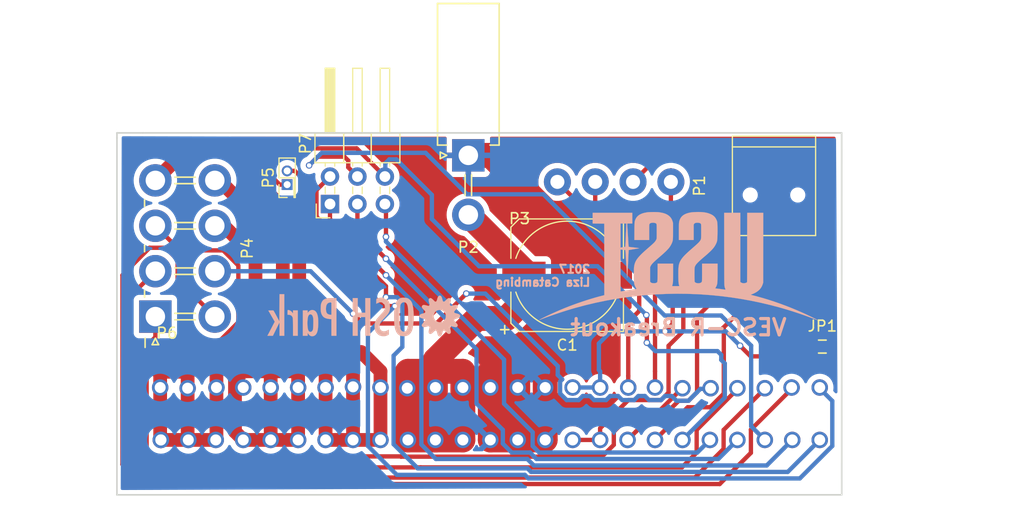
<source format=kicad_pcb>
(kicad_pcb (version 20221018) (generator pcbnew)
  (layers (0 "F.Cu" signal) (31 "B.Cu" signal) (34 "B.Paste" user) (35 "F.Paste" user) (36 "B.SilkS" user "B.Silkscreen") (37 "F.SilkS" user "F.Silkscreen") (38 "B.Mask" user) (39 "F.Mask" user) (44 "Edge.Cuts" user))
  (net 0 "")
  (net 1 "/Motor_Controller/VBAT")
  (net 2 "/Motor_Controller/PGND")
  (net 3 "Net-(JP1-Pad1)")
  (net 4 "/5v0")
  (net 5 "/Motor_Controller/USBDM")
  (net 6 "/Motor_Controller/USBDP")
  (net 7 "/GNDD")
  (net 8 "/Motor_Controller/CANH/TX")
  (net 9 "/Motor_Controller/CANL/RX")
  (net 10 "/Motor_Controller/H1")
  (net 11 "/Motor_Controller/H2")
  (net 12 "Net-(P4-Pad3)")
  (net 13 "/Motor_Controller/Y")
  (net 14 "/Motor_Controller/H3")
  (net 15 "Net-(P4-Pad6)")
  (net 16 "/Motor_Controller/W")
  (net 17 "/Motor_Controller/X")
  (net 18 "/Motor_Controller/GND_AUX")
  (net 19 "Net-(P5-Pad2)")
  (net 20 "Net-(P6-Pad20)")
  (net 21 "Net-(P6-Pad19)")
  (net 22 "Net-(P6-Pad18)")
  (net 23 "Net-(P6-Pad17)")
  (net 24 "Net-(P6-Pad16)")
  (footprint "USST-footprints:J_0603" (layer "F.Cu") (at 192.774 58.42)
    (fp_text reference "JP1" (at 0 -1.9) (layer "F.SilkS"))
    (fp_text value "Jumper_NO_Small")
    (pad "1" smd rect (at -0.75 0) (size 0.8 0.75) (layers "F.Cu" "F.Paste" "F.Mask") (net 3 "Net-(JP1-Pad1)"))
    (pad "1" smd trapezoid (at -0.508 -0.18796) (size 0.7 0.376) (rect_delta 0 0.3) (layers "F.Cu" "F.Paste" "F.Mask") (net 3 "Net-(JP1-Pad1)"))
    (pad "1" smd trapezoid (at -0.508 0.18796 180) (size 0.7 0.376) (rect_delta 0 0.3) (layers "F.Cu" "F.Paste" "F.Mask") (net 3 "Net-(JP1-Pad1)"))
    (pad "2" smd trapezoid (at 0.5588 0 180) (size 0.6 0.75) (rect_delta 0 0.55) (layers "F.Cu" "F.Paste" "F.Mask") (net 4 "/5v0"))
    (pad "2" smd trapezoid (at 0.5588 0) (size 0.6 0.75) (rect_delta 0 0.55) (layers "F.Cu" "F.Paste" "F.Mask") (net 4 "/5v0"))
    (pad "2" smd rect (at 0.75 0) (size 0.8 0.75) (layers "F.Cu" "F.Paste" "F.Mask") (net 4 "/5v0"))
  )
  (footprint "Connect:USB_Mini-B" (layer "F.Cu") (at 188.3 44.196 -90)
    (fp_text reference "P1" (at -0.65 6.9 270) (layer "F.SilkS"))
    (fp_text value "USB_OTG")
    (pad "" np_thru_hole circle (at 0.2 -2.2 270) (size 0.9 0.9) (drill 0.9) (layers "*.Cu" "*.Mask"))
    (pad "" np_thru_hole circle (at 0.2 2.2 270) (size 0.9 0.9) (drill 0.9) (layers "*.Cu" "*.Mask"))
    (pad "1" smd rect (at 2.8 -1.6 270) (size 2.3 0.5) (layers "F.Cu" "F.Paste" "F.Mask") (net 3 "Net-(JP1-Pad1)"))
    (pad "2" smd rect (at 2.8 -0.8 270) (size 2.3 0.5) (layers "F.Cu" "F.Paste" "F.Mask") (net 5 "/Motor_Controller/USBDM"))
    (pad "3" smd rect (at 2.8 0 270) (size 2.3 0.5) (layers "F.Cu" "F.Paste" "F.Mask") (net 6 "/Motor_Controller/USBDP"))
    (pad "4" smd rect (at 2.8 0.8 270) (size 2.3 0.5) (layers "F.Cu" "F.Paste" "F.Mask"))
    (pad "5" smd rect (at 2.8 1.6 270) (size 2.3 0.5) (layers "F.Cu" "F.Paste" "F.Mask") (net 7 "/GNDD"))
    (pad "6" smd rect (at -2.8 -4.45 270) (size 2.5 2) (layers "F.Cu" "F.Paste" "F.Mask") (net 7 "/GNDD"))
    (pad "6" smd rect (at -2.8 4.45 270) (size 2.5 2) (layers "F.Cu" "F.Paste" "F.Mask") (net 7 "/GNDD"))
    (pad "6" smd rect (at 2.7 -4.45 270) (size 2.5 2) (layers "F.Cu" "F.Paste" "F.Mask") (net 7 "/GNDD"))
    (pad "6" smd rect (at 2.7 4.45 270) (size 2.5 2) (layers "F.Cu" "F.Paste" "F.Mask") (net 7 "/GNDD"))
  )
  (footprint "Connectors_Molex:Molex_MiniFit-JR-5569-02A2_2x01x4.20mm_Angled" (layer "F.Cu") (at 160.02 40.728)
    (fp_text reference "P2" (at 0 8.5) (layer "F.SilkS"))
    (fp_text value "CONN_01X02")
    (pad "" smd circle (at -5.02 6.272) (size 0.1 0.1) (layers "F.Cu" "F.Paste" "F.Mask"))
    (pad "1" thru_hole rect (at 0 0) (size 3 3) (drill 1.8) (layers "*.Cu" "*.Mask") (net 2 "/Motor_Controller/PGND"))
    (pad "2" thru_hole circle (at 0 5.5) (size 3 3) (drill 1.8) (layers "*.Cu" "*.Mask") (net 1 "/Motor_Controller/VBAT"))
  )
  (footprint "USST-footprints:Molex_39502_1004R" (layer "F.Cu") (at 178.76 43.18 180)
    (fp_text reference "P3" (at 14 -3.4 180) (layer "F.SilkS"))
    (fp_text value "CONN_01X04")
    (pad "1" thru_hole circle (at 0 0 180) (size 2.5 2.5) (drill 1.3) (layers "*.Cu" "*.Mask") (net 4 "/5v0"))
    (pad "2" thru_hole circle (at 3.5 0 180) (size 2.5 2.5) (drill 1.3) (layers "*.Cu" "*.Mask") (net 7 "/GNDD"))
    (pad "3" thru_hole circle (at 7 0 180) (size 2.5 2.5) (drill 1.3) (layers "*.Cu" "*.Mask") (net 9 "/Motor_Controller/CANL/RX"))
    (pad "4" thru_hole circle (at 10.5 0 180) (size 2.5 2.5) (drill 1.3) (layers "*.Cu" "*.Mask") (net 8 "/Motor_Controller/CANH/TX"))
  )
  (footprint "USST-footprints:Molex_MiniFit-JR-5569-08A2_2x04x4.20mm_Angled_Overhang" (layer "F.Cu") (at 131.064 55.644 90)
    (fp_text reference "P4" (at 6.3 8.5 90) (layer "F.SilkS"))
    (fp_text value "EC90_Flat")
    (pad "1" thru_hole rect (at 0 0 90) (size 3 3) (drill 1.8) (layers "*.Cu" "*.Mask") (net 10 "/Motor_Controller/H1"))
    (pad "2" thru_hole circle (at 4.2 0 90) (size 3 3) (drill 1.8) (layers "*.Cu" "*.Mask") (net 11 "/Motor_Controller/H2"))
    (pad "3" thru_hole circle (at 8.4 0 90) (size 3 3) (drill 1.8) (layers "*.Cu" "*.Mask") (net 12 "Net-(P4-Pad3)"))
    (pad "4" thru_hole circle (at 12.6 0 90) (size 3 3) (drill 1.8) (layers "*.Cu" "*.Mask") (net 13 "/Motor_Controller/Y"))
    (pad "5" thru_hole circle (at 0 5.5 90) (size 3 3) (drill 1.8) (layers "*.Cu" "*.Mask") (net 14 "/Motor_Controller/H3"))
    (pad "6" thru_hole circle (at 4.2 5.5 90) (size 3 3) (drill 1.8) (layers "*.Cu" "*.Mask") (net 15 "Net-(P4-Pad6)"))
    (pad "7" thru_hole circle (at 8.4 5.5 90) (size 3 3) (drill 1.8) (layers "*.Cu" "*.Mask") (net 16 "/Motor_Controller/W"))
    (pad "8" thru_hole circle (at 12.6 5.5 90) (size 3 3) (drill 1.8) (layers "*.Cu" "*.Mask") (net 17 "/Motor_Controller/X"))
  )
  (footprint "Pin_Headers:Pin_Header_Straight_2x01_Pitch1.27mm" (layer "F.Cu") (at 143.256 43.434 90)
    (fp_text reference "P5" (at 0.635 -1.755 90) (layer "F.SilkS"))
    (fp_text value "CONN_01X02")
    (pad "1" thru_hole rect (at 0 0 90) (size 1 1) (drill 0.65) (layers "*.Cu" "*.Mask") (net 18 "/Motor_Controller/GND_AUX"))
    (pad "2" thru_hole oval (at 1.27 0 90) (size 1 1) (drill 0.65) (layers "*.Cu" "*.Mask") (net 19 "Net-(P5-Pad2)"))
  )
  (footprint "Pin_Headers:Pin_Header_Angled_2x03_Pitch2.54mm" (layer "F.Cu") (at 147.22 45.23 90)
    (fp_text reference "P7" (at 5.585 -2.27 90) (layer "F.SilkS"))
    (fp_text value "CONN_01X06")
    (pad "1" thru_hole rect (at 0 0 90) (size 1.7 1.7) (drill 1) (layers "*.Cu" "*.Mask") (net 23 "Net-(P6-Pad17)"))
    (pad "2" thru_hole oval (at 2.54 0 90) (size 1.7 1.7) (drill 1) (layers "*.Cu" "*.Mask") (net 24 "Net-(P6-Pad16)"))
    (pad "3" thru_hole oval (at 0 2.54 90) (size 1.7 1.7) (drill 1) (layers "*.Cu" "*.Mask") (net 21 "Net-(P6-Pad19)"))
    (pad "4" thru_hole oval (at 2.54 2.54 90) (size 1.7 1.7) (drill 1) (layers "*.Cu" "*.Mask") (net 22 "Net-(P6-Pad18)"))
    (pad "5" thru_hole oval (at 0 5.08 90) (size 1.7 1.7) (drill 1) (layers "*.Cu" "*.Mask") (net 20 "Net-(P6-Pad20)"))
    (pad "6" thru_hole oval (at 2.54 5.08 90) (size 1.7 1.7) (drill 1) (layers "*.Cu" "*.Mask") (net 18 "/Motor_Controller/GND_AUX"))
  )
  (footprint "Capacitors_SMD:CP_Elec_10x10" (layer "F.Cu") (at 169.164 51.816)
    (fp_text reference "C1" (at 0 6.4643) (layer "F.SilkS"))
    (fp_text value "CP")
    (fp_text user "+" (at -5.7785 4.9657) (layer "F.SilkS"))
    (pad "1" smd rect (at -4 0 180) (size 4 2.5) (layers "F.Cu" "F.Paste" "F.Mask") (net 1 "/Motor_Controller/VBAT"))
    (pad "2" smd rect (at 4 0 180) (size 4 2.5) (layers "F.Cu" "F.Paste" "F.Mask") (net 2 "/Motor_Controller/PGND"))
  )
  (footprint "USST-footprints:TE2007088-1_Backplane2" (layer "F.Cu") (at 167.132 74.676)
    (fp_text reference "P6" (at -35 -17.5) (layer "F.SilkS"))
    (fp_text value "AMP17614426-2_EDGE")
    (pad "1" thru_hole circle (at -35.6235 -12.47) (size 1.524 1.524) (drill 1.02) (layers "*.Cu" "*.Mask") (net 16 "/Motor_Controller/W"))
    (pad "1" thru_hole circle (at -33.0835 -12.4065) (size 1.524 1.524) (drill 1.02) (layers "*.Cu" "*.Mask") (net 16 "/Motor_Controller/W"))
    (pad "1" thru_hole circle (at -30.4165 -12.47) (size 1.524 1.524) (drill 1.02) (layers "*.Cu" "*.Mask") (net 16 "/Motor_Controller/W"))
    (pad "2" thru_hole circle (at -27.94 -12.47) (size 1.524 1.524) (drill 1.02) (layers "*.Cu" "*.Mask") (net 17 "/Motor_Controller/X"))
    (pad "2" thru_hole circle (at -25.4 -12.47) (size 1.524 1.524) (drill 1.02) (layers "*.Cu" "*.Mask") (net 17 "/Motor_Controller/X"))
    (pad "2" thru_hole circle (at -22.86 -12.47) (size 1.524 1.524) (drill 1.02) (layers "*.Cu" "*.Mask") (net 17 "/Motor_Controller/X"))
    (pad "3" thru_hole circle (at -20.32 -12.47) (size 1.524 1.524) (drill 1.02) (layers "*.Cu" "*.Mask") (net 13 "/Motor_Controller/Y"))
    (pad "3" thru_hole circle (at -17.78 -12.5335) (size 1.524 1.524) (drill 1.02) (layers "*.Cu" "*.Mask") (net 13 "/Motor_Controller/Y"))
    (pad "3" thru_hole circle (at -15.24 -12.47) (size 1.524 1.524) (drill 1.02) (layers "*.Cu" "*.Mask") (net 13 "/Motor_Controller/Y"))
    (pad "4" thru_hole circle (at -12.7635 -12.4065) (size 1.524 1.524) (drill 1.02) (layers "*.Cu" "*.Mask") (net 1 "/Motor_Controller/VBAT"))
    (pad "4" thru_hole circle (at -10.16 -12.47) (size 1.524 1.524) (drill 1.02) (layers "*.Cu" "*.Mask") (net 1 "/Motor_Controller/VBAT"))
    (pad "4" thru_hole circle (at -7.62 -12.47) (size 1.524 1.524) (drill 1.02) (layers "*.Cu" "*.Mask") (net 1 "/Motor_Controller/VBAT"))
    (pad "5" thru_hole circle (at -5.08 -12.47) (size 1.524 1.524) (drill 1.02) (layers "*.Cu" "*.Mask") (net 2 "/Motor_Controller/PGND"))
    (pad "5" thru_hole circle (at -2.54 -12.47) (size 1.524 1.524) (drill 1.02) (layers "*.Cu" "*.Mask") (net 2 "/Motor_Controller/PGND"))
    (pad "5" thru_hole circle (at 0 -12.47) (size 1.524 1.524) (drill 1.02) (layers "*.Cu" "*.Mask") (net 2 "/Motor_Controller/PGND"))
    (pad "6" thru_hole circle (at 2.54 -12.47) (size 1.524 1.524) (drill 1.02) (layers "*.Cu" "*.Mask") (net 4 "/5v0"))
    (pad "7" thru_hole circle (at 5.08 -12.47) (size 1.524 1.524) (drill 1.02) (layers "*.Cu" "*.Mask") (net 4 "/5v0"))
    (pad "8" thru_hole circle (at 7.6835 -12.47) (size 1.524 1.524) (drill 1.02) (layers "*.Cu" "*.Mask") (net 8 "/Motor_Controller/CANH/TX"))
    (pad "9" thru_hole circle (at 10.16 -12.47) (size 1.524 1.524) (drill 1.02) (layers "*.Cu" "*.Mask") (net 9 "/Motor_Controller/CANL/RX"))
    (pad "10" thru_hole circle (at 12.7 -12.4065) (size 1.524 1.524) (drill 1.02) (layers "*.Cu" "*.Mask") (net 12 "Net-(P4-Pad3)"))
    (pad "11" thru_hole circle (at 15.3035 -12.4065) (size 1.524 1.524) (drill 1.02) (layers "*.Cu" "*.Mask") (net 15 "Net-(P4-Pad6)"))
    (pad "12" thru_hole circle (at 17.78 -12.4065) (size 1.524 1.524) (drill 1.02) (layers "*.Cu" "*.Mask") (net 10 "/Motor_Controller/H1"))
    (pad "13" thru_hole circle (at 20.32 -12.4065) (size 1.524 1.524) (drill 1.02) (layers "*.Cu" "*.Mask") (net 11 "/Motor_Controller/H2"))
    (pad "14" thru_hole circle (at 22.7965 -12.47) (size 1.524 1.524) (drill 1.02) (layers "*.Cu" "*.Mask") (net 14 "/Motor_Controller/H3"))
    (pad "15" thru_hole circle (at 25.4 -12.47) (size 1.524 1.524) (drill 1.02) (layers "*.Cu" "*.Mask") (net 19 "Net-(P5-Pad2)"))
    (pad "16" thru_hole circle (at 25.4 -7.62) (size 1.524 1.524) (drill 1.02) (layers "*.Cu" "*.Mask") (net 24 "Net-(P6-Pad16)"))
    (pad "17" thru_hole circle (at 22.86 -7.62) (size 1.524 1.524) (drill 1.02) (layers "*.Cu" "*.Mask") (net 23 "Net-(P6-Pad17)"))
    (pad "18" thru_hole circle (at 20.32 -7.62) (size 1.524 1.524) (drill 1.02) (layers "*.Cu" "*.Mask") (net 22 "Net-(P6-Pad18)"))
    (pad "19" thru_hole circle (at 17.78 -7.62) (size 1.524 1.524) (drill 1.02) (layers "*.Cu" "*.Mask") (net 21 "Net-(P6-Pad19)"))
    (pad "20" thru_hole circle (at 15.24 -7.62) (size 1.524 1.524) (drill 1.02) (layers "*.Cu" "*.Mask") (net 20 "Net-(P6-Pad20)"))
    (pad "21" thru_hole circle (at 12.7 -7.62) (size 1.524 1.524) (drill 1.02) (layers "*.Cu" "*.Mask") (net 18 "/Motor_Controller/GND_AUX"))
    (pad "22" thru_hole circle (at 10.16 -7.62) (size 1.524 1.524) (drill 1.02) (layers "*.Cu" "*.Mask") (net 5 "/Motor_Controller/USBDM"))
    (pad "23" thru_hole circle (at 7.62 -7.62) (size 1.524 1.524) (drill 1.02) (layers "*.Cu" "*.Mask") (net 6 "/Motor_Controller/USBDP"))
    (pad "24" thru_hole circle (at 5.08 -7.62) (size 1.524 1.524) (drill 1.02) (layers "*.Cu" "*.Mask") (net 7 "/GNDD"))
    (pad "25" thru_hole circle (at 2.54 -7.62) (size 1.524 1.524) (drill 1.02) (layers "*.Cu" "*.Mask") (net 7 "/GNDD"))
    (pad "26" thru_hole circle (at -5.08 -7.62) (size 1.524 1.524) (drill 1.02) (layers "*.Cu" "*.Mask") (net 2 "/Motor_Controller/PGND"))
    (pad "26" thru_hole circle (at -2.54 -7.62) (size 1.524 1.524) (drill 1.02) (layers "*.Cu" "*.Mask") (net 2 "/Motor_Controller/PGND"))
    (pad "26" thru_hole circle (at 0 -7.62) (size 1.524 1.524) (drill 1.02) (layers "*.Cu" "*.Mask") (net 2 "/Motor_Controller/PGND"))
    (pad "27" thru_hole circle (at -12.7 -7.62) (size 1.524 1.524) (drill 1.02) (layers "*.Cu" "*.Mask") (net 1 "/Motor_Controller/VBAT"))
    (pad "27" thru_hole circle (at -10.16 -7.62) (size 1.524 1.524) (drill 1.02) (layers "*.Cu" "*.Mask") (net 1 "/Motor_Controller/VBAT"))
    (pad "27" thru_hole circle (at -7.62 -7.62) (size 1.524 1.524) (drill 1.02) (layers "*.Cu" "*.Mask") (net 1 "/Motor_Controller/VBAT"))
    (pad "28" thru_hole circle (at -20.32 -7.62) (size 1.524 1.524) (drill 1.02) (layers "*.Cu" "*.Mask") (net 13 "/Motor_Controller/Y"))
    (pad "28" thru_hole circle (at -17.78 -7.62) (size 1.524 1.524) (drill 1.02) (layers "*.Cu" "*.Mask") (net 13 "/Motor_Controller/Y"))
    (pad "28" thru_hole circle (at -15.24 -7.62) (size 1.524 1.524) (drill 1.02) (layers "*.Cu" "*.Mask") (net 13 "/Motor_Controller/Y"))
    (pad "29" thru_hole circle (at -27.94 -7.62) (size 1.524 1.524) (drill 1.02) (layers "*.Cu" "*.Mask") (net 17 "/Motor_Controller/X"))
    (pad "29" thru_hole circle (at -25.4 -7.62) (size 1.524 1.524) (drill 1.02) (layers "*.Cu" "*.Mask") (net 17 "/Motor_Controller/X"))
    (pad "29" thru_hole circle (at -22.86 -7.62) (size 1.524 1.524) (drill 1.02) (layers "*.Cu" "*.Mask") (net 17 "/Motor_Controller/X"))
    (pad "30" thru_hole circle (at -35.56 -7.62) (size 1.524 1.524) (drill 1.02) (layers "*.Cu" "*.Mask") (net 16 "/Motor_Controller/W"))
    (pad "30" thru_hole circle (at -35.56 -7.62) (size 1.524 1.524) (drill 1.02) (layers "*.Cu" "*.Mask") (net 16 "/Motor_Controller/W"))
    (pad "30" thru_hole circle (at -33.02 -7.62) (size 1.524 1.524) (drill 1.02) (layers "*.Cu" "*.Mask") (net 16 "/Motor_Controller/W"))
    (pad "30" thru_hole circle (at -30.48 -7.62) (size 1.524 1.524) (drill 1.02) (layers "*.Cu" "*.Mask") (net 16 "/Motor_Controller/W"))
  )
  (footprint "USST-footprints:USSTLOGO" (layer "B.Cu") (at 179.46 50.97 180)
    (fp_text reference "G***" hide)
    (fp_text value "LOGO" hide)
  )
  (footprint "USST-footprints:OSH_PARK_LOGO_SM" (layer "B.Cu") (at 150.36 55.75 180)
    (fp_text reference "G***" hide)
    (fp_text value "LOGO" hide)
  )
  (gr_line (start 194.56 38.65) (end 194.564 72.136) (stroke (width 0.15)) (layer "Edge.Cuts"))
  (gr_line (start 194.564 72.136) (end 127.508 72.136) (stroke (width 0.15)) (layer "Edge.Cuts"))
  (gr_line (start 129.9 38.65) (end 194.56 38.65) (stroke (width 0.15)) (layer "Edge.Cuts"))
  (gr_line (start 129.91 38.65) (end 127.51 38.65) (stroke (width 0.15)) (layer "Edge.Cuts"))
  (gr_line (start 127.508 72.136) (end 127.51 39.11) (stroke (width 0.15)) (layer "Edge.Cuts"))
  (gr_line (start 127.51 38.65) (end 127.51 39.11) (stroke (width 0.15)) (layer "Edge.Cuts"))
  (gr_text "VESC-R Breakout" (at 179.46 56.65) (layer "B.SilkS") (effects (font (size 1.5 1.5) (thickness 0.3)) (justify mirror)))
  (gr_text "2017\nLiza Catambing" (at 171.4 51.86) (layer "B.SilkS") (effects (font (size 0.75 0.75) (thickness 0.1875)) (justify left mirror)))
  (segment (start 165.164 54.198715) (end 163.548841 55.813874) (width 2.3) (layer "F.Cu") (net 1))
  (segment (start 156.972 60.706) (end 154.432 60.706) (width 2.3) (layer "F.Cu") (net 1))
  (segment (start 154.3685 62.2695) (end 154.3685 60.7695) (width 0.4) (layer "F.Cu") (net 1))
  (segment (start 165.164 51.372) (end 160.02 46.228) (width 2.3) (layer "F.Cu") (net 1))
  (segment (start 159.512 60.706) (end 159.512 67.056) (width 2.3) (layer "F.Cu") (net 1))
  (segment (start 156.972 60.706) (end 156.972 67.056) (width 2.3) (layer "F.Cu") (net 1))
  (segment (start 154.3685 66.9925) (end 154.432 67.056) (width 2.3) (layer "F.Cu") (net 1))
  (segment (start 156.972 59.655237) (end 156.972 60.706) (width 2.3) (layer "F.Cu") (net 1))
  (segment (start 165.164 51.816) (end 165.164 54.198715) (width 2.3) (layer "F.Cu") (net 1))
  (segment (start 156.972 62.206) (end 156.972 60.706) (width 0.4) (layer "F.Cu") (net 1))
  (segment (start 163.548841 55.813874) (end 160.813363 55.813874) (width 2.3) (layer "F.Cu") (net 1))
  (segment (start 159.512 62.206) (end 159.512 60.706) (width 0.4) (layer "F.Cu") (net 1))
  (segment (start 154.432 60.706) (end 154.3685 60.7695) (width 2.3) (layer "F.Cu") (net 1))
  (segment (start 154.432 67.056) (end 156.972 67.056) (width 2.3) (layer "F.Cu") (net 1))
  (segment (start 159.512 60.706) (end 156.972 60.706) (width 2.3) (layer "F.Cu") (net 1))
  (segment (start 156.972 67.056) (end 159.512 67.056) (width 2.3) (layer "F.Cu") (net 1))
  (segment (start 160.813363 55.813874) (end 156.972 59.655237) (width 2.3) (layer "F.Cu") (net 1))
  (segment (start 165.164 51.816) (end 165.164 51.372) (width 2.3) (layer "F.Cu") (net 1))
  (segment (start 154.3685 60.7695) (end 154.3685 66.9925) (width 2.3) (layer "F.Cu") (net 1))
  (segment (start 163.512 59.246) (end 163.512 59.626) (width 2.3) (layer "F.Cu") (net 2))
  (segment (start 164.592 60.706) (end 164.592 67.056) (width 2.3) (layer "F.Cu") (net 2))
  (segment (start 172.414 51.816) (end 165.672 58.558) (width 2.3) (layer "F.Cu") (net 2))
  (segment (start 162.052 60.706) (end 162.052 66.04) (width 2.3) (layer "F.Cu") (net 2))
  (segment (start 162.076 40.728) (end 173.164 51.816) (width 2.3) (layer "F.Cu") (net 2))
  (segment (start 162.052 66.04) (end 162.052 67.056) (width 2.3) (layer "F.Cu") (net 2))
  (segment (start 173.164 51.816) (end 172.414 51.816) (width 2.3) (layer "F.Cu") (net 2))
  (segment (start 162.052 67.056) (end 164.592 67.056) (width 2.3) (layer "F.Cu") (net 2))
  (segment (start 163.512 59.246) (end 162.052 60.706) (width 2.3) (layer "F.Cu") (net 2))
  (segment (start 163.512 59.626) (end 164.592 60.706) (width 2.3) (layer "F.Cu") (net 2))
  (segment (start 165.672 59.246) (end 167.132 60.706) (width 2.3) (layer "F.Cu") (net 2))
  (segment (start 167.132 60.706) (end 167.132 67.056) (width 2.3) (layer "F.Cu") (net 2))
  (segment (start 165.672 58.558) (end 165.672 59.246) (width 2.3) (layer "F.Cu") (net 2))
  (segment (start 164.592 67.056) (end 167.132 67.056) (width 2.3) (layer "F.Cu") (net 2))
  (segment (start 160.02 40.728) (end 162.076 40.728) (width 2.3) (layer "F.Cu") (net 2))
  (segment (start 163.512 59.246) (end 165.672 59.246) (width 2.3) (layer "F.Cu") (net 2))
  (segment (start 189.9 47.896) (end 192.266 50.262) (width 0.4) (layer "F.Cu") (net 3))
  (segment (start 192.266 50.262) (end 192.266 50.35) (width 0.4) (layer "F.Cu") (net 3))
  (segment (start 189.9 46.996) (end 189.9 47.896) (width 0.4) (layer "F.Cu") (net 3))
  (segment (start 192.266 58.60796) (end 192.266 50.35) (width 0.4) (layer "F.Cu") (net 3))
  (segment (start 178.93 47.78) (end 178.93 56.31) (width 0.4) (layer "F.Cu") (net 4))
  (segment (start 178.76 43.18) (end 178.76 47.61) (width 0.4) (layer "F.Cu") (net 4))
  (segment (start 193.167963 59.322817) (end 193.524 58.96678) (width 0.4) (layer "F.Cu") (net 4))
  (segment (start 193.524 58.96678) (end 193.524 58.42) (width 0.4) (layer "F.Cu") (net 4))
  (segment (start 186.142817 59.322817) (end 193.167963 59.322817) (width 0.4) (layer "F.Cu") (net 4))
  (segment (start 178.76 47.61) (end 178.93 47.78) (width 0.4) (layer "F.Cu") (net 4))
  (segment (start 185.16 58.34) (end 186.142817 59.322817) (width 0.4) (layer "F.Cu") (net 4))
  (segment (start 178.93 56.31) (end 178.23 57.01) (width 0.4) (layer "F.Cu") (net 4))
  (segment (start 178.76 43.18) (end 178.76 42.11) (width 0.4) (layer "F.Cu") (net 4))
  (via (at 178.23 57.01) (size 0.6) (drill 0.4) (layers "F.Cu" "B.Cu") (net 4))
  (via (at 185.16 58.34) (size 0.6) (drill 0.4) (layers "F.Cu" "B.Cu") (net 4))
  (segment (start 172.098759 60.592759) (end 172.212 60.706) (width 0.4) (layer "B.Cu") (net 4))
  (segment (start 172.098759 58.131241) (end 172.098759 60.592759) (width 0.4) (layer "B.Cu") (net 4))
  (segment (start 173.22 57.01) (end 172.098759 58.131241) (width 0.4) (layer "B.Cu") (net 4))
  (segment (start 183.83 57.01) (end 185.16 58.34) (width 0.4) (layer "B.Cu") (net 4))
  (segment (start 178.23 57.01) (end 173.22 57.01) (width 0.4) (layer "B.Cu") (net 4))
  (segment (start 169.672 62.206) (end 170.074632 62.206) (width 0.4) (layer "B.Cu") (net 4))
  (segment (start 172.212 62.206) (end 169.672 62.206) (width 0.4) (layer "B.Cu") (net 4))
  (segment (start 172.212 60.706) (end 172.212 62.206) (width 0.4) (layer "B.Cu") (net 4))
  (segment (start 172.212 62.206) (end 171.778032 62.206) (width 0.4) (layer "B.Cu") (net 4))
  (segment (start 178.23 57.01) (end 183.83 57.01) (width 0.4) (layer "B.Cu") (net 4))
  (segment (start 177.292 67.056) (end 180.316488 64.031512) (width 0.4) (layer "F.Cu") (net 5))
  (segment (start 189.1 46.996) (end 189.1 51.184) (width 0.4) (layer "F.Cu") (net 5))
  (segment (start 180.316488 64.031512) (end 182.39325 64.031512) (width 0.4) (layer "F.Cu") (net 5))
  (segment (start 182.39325 64.031512) (end 183.657026 62.767736) (width 0.4) (layer "F.Cu") (net 5))
  (segment (start 183.657026 62.767736) (end 183.657026 56.746024) (width 0.4) (layer "F.Cu") (net 5))
  (segment (start 183.657026 56.746024) (end 183.597501 56.686499) (width 0.4) (layer "F.Cu") (net 5))
  (segment (start 189.1 51.184) (end 183.597501 56.686499) (width 0.4) (layer "F.Cu") (net 5))
  (segment (start 183.597501 56.686499) (end 183.635501 56.686499) (width 0.4) (layer "F.Cu") (net 5))
  (segment (start 188.3 46.996) (end 188.3 48.546) (width 0.4) (layer "F.Cu") (net 6))
  (segment (start 188.3 48.546) (end 181.181452 55.664548) (width 0.4) (layer "F.Cu") (net 6))
  (segment (start 176.325644 65.482356) (end 175.513999 66.294001) (width 0.4) (layer "F.Cu") (net 6))
  (segment (start 180.389761 63.431501) (end 179.483347 63.431501) (width 0.4) (layer "F.Cu") (net 6))
  (segment (start 177.432492 65.482356) (end 176.325644 65.482356) (width 0.4) (layer "F.Cu") (net 6))
  (segment (start 179.483347 63.431501) (end 177.432492 65.482356) (width 0.4) (layer "F.Cu") (net 6))
  (segment (start 175.513999 66.294001) (end 174.752 67.056) (width 0.4) (layer "F.Cu") (net 6))
  (segment (start 181.181452 62.63981) (end 180.389761 63.431501) (width 0.4) (layer "F.Cu") (net 6))
  (segment (start 181.181452 55.664548) (end 181.181452 62.63981) (width 0.4) (layer "F.Cu") (net 6))
  (segment (start 175.26 43.18) (end 177.727378 40.712622) (width 0.4) (layer "F.Cu") (net 7))
  (segment (start 174.822369 63.368001) (end 177.849761 63.368001) (width 0.4) (layer "F.Cu") (net 7))
  (segment (start 172.212 65.97837) (end 174.822369 63.368001) (width 0.4) (layer "F.Cu") (net 7))
  (segment (start 178.545612 58.34839) (end 179.910011 56.983991) (width 0.4) (layer "F.Cu") (net 7))
  (segment (start 186.376 46.996) (end 186.7 46.996) (width 0.4) (layer "F.Cu") (net 7))
  (segment (start 183.85 46.896) (end 186.276 46.896) (width 0.4) (layer "F.Cu") (net 7))
  (segment (start 183.85 48.546) (end 183.628 48.768) (width 0.4) (layer "F.Cu") (net 7))
  (segment (start 183.85 43.046) (end 183.85 46.896) (width 0.4) (layer "F.Cu") (net 7))
  (segment (start 178.545612 62.67215) (end 178.545612 58.34839) (width 0.4) (layer "F.Cu") (net 7))
  (segment (start 172.212 65.97837) (end 174.824871 63.365499) (width 0.25) (layer "F.Cu") (net 7))
  (segment (start 174.8155 43.1725) (end 175.316 42.672) (width 0.4) (layer "F.Cu") (net 7))
  (segment (start 172.212 67.056) (end 169.672 67.056) (width 0.4) (layer "F.Cu") (net 7))
  (segment (start 186.276 46.896) (end 186.376 46.996) (width 0.4) (layer "F.Cu") (net 7))
  (segment (start 177.849761 63.368001) (end 178.545612 62.67215) (width 0.4) (layer "F.Cu") (net 7))
  (segment (start 185.25 41.396) (end 192.75 41.396) (width 0.4) (layer "F.Cu") (net 7))
  (segment (start 183.166622 40.712622) (end 183.85 41.396) (width 0.4) (layer "F.Cu") (net 7))
  (segment (start 183.85 41.396) (end 185.25 41.396) (width 0.4) (layer "F.Cu") (net 7))
  (segment (start 182.88 48.768) (end 182.92 48.728) (width 0.4) (layer "F.Cu") (net 7))
  (segment (start 179.910011 51.737989) (end 182.88 48.768) (width 0.4) (layer "F.Cu") (net 7))
  (segment (start 183.628 48.768) (end 182.88 48.768) (width 0.4) (layer "F.Cu") (net 7))
  (segment (start 192.75 43.046) (end 192.75 46.896) (width 0.4) (layer "F.Cu") (net 7))
  (segment (start 183.85 41.396) (end 183.85 43.046) (width 0.4) (layer "F.Cu") (net 7))
  (segment (start 192.75 41.396) (end 192.75 43.046) (width 0.4) (layer "F.Cu") (net 7))
  (segment (start 183.85 46.896) (end 183.85 48.546) (width 0.4) (layer "F.Cu") (net 7))
  (segment (start 172.212 65.97837) (end 172.212 67.056) (width 0.4) (layer "F.Cu") (net 7))
  (segment (start 179.910011 56.983991) (end 179.910011 51.737989) (width 0.4) (layer "F.Cu") (net 7))
  (segment (start 177.727378 40.712622) (end 183.166622 40.712622) (width 0.4) (layer "F.Cu") (net 7))
  (segment (start 174.8155 61.12837) (end 174.8155 62.206) (width 0.4) (layer "F.Cu") (net 8))
  (segment (start 174.8155 56.138496) (end 174.8155 61.12837) (width 0.4) (layer "F.Cu") (net 8))
  (segment (start 175.83 55.123996) (end 174.8155 56.138496) (width 0.4) (layer "F.Cu") (net 8))
  (segment (start 174.737942 48.997942) (end 175.83 50.09) (width 0.4) (layer "F.Cu") (net 8))
  (segment (start 168.26 43.18) (end 174.077942 48.997942) (width 0.4) (layer "F.Cu") (net 8))
  (segment (start 174.077942 48.997942) (end 174.737942 48.997942) (width 0.4) (layer "F.Cu") (net 8))
  (segment (start 175.83 50.09) (end 175.83 55.123996) (width 0.4) (layer "F.Cu") (net 8))
  (segment (start 177.292 50.548253) (end 177.292 60.706) (width 0.4) (layer "F.Cu") (net 9))
  (segment (start 171.76 43.18) (end 171.76 45.016253) (width 0.4) (layer "F.Cu") (net 9))
  (segment (start 177.292 60.706) (end 177.292 62.206) (width 0.4) (layer "F.Cu") (net 9))
  (segment (start 171.76 45.016253) (end 177.292 50.548253) (width 0.4) (layer "F.Cu") (net 9))
  (segment (start 129.449437 68.269614) (end 129.449437 59.158563) (width 0.4) (layer "F.Cu") (net 10))
  (segment (start 129.449437 59.158563) (end 131.064 57.544) (width 0.4) (layer "F.Cu") (net 10))
  (segment (start 131.064 57.544) (end 131.064 55.644) (width 0.4) (layer "F.Cu") (net 10))
  (segment (start 179.781313 69.596) (end 155.615457 69.596) (width 0.4) (layer "F.Cu") (net 10))
  (segment (start 155.615457 69.596) (end 131.085213 69.596) (width 0.4) (layer "F.Cu") (net 10))
  (segment (start 130.775823 69.596) (end 129.449437 68.269614) (width 0.4) (layer "F.Cu") (net 10))
  (segment (start 131.085213 69.596) (end 131.064 69.574787) (width 0.4) (layer "F.Cu") (net 10))
  (segment (start 131.085213 69.596) (end 130.775823 69.596) (width 0.4) (layer "F.Cu") (net 10))
  (segment (start 184.912 62.361305) (end 181.145996 66.127309) (width 0.4) (layer "F.Cu") (net 10))
  (segment (start 181.145996 68.231317) (end 179.781313 69.596) (width 0.4) (layer "F.Cu") (net 10))
  (segment (start 181.145996 66.127309) (end 181.145996 68.231317) (width 0.4) (layer "F.Cu") (net 10))
  (segment (start 180.98857 70.537) (end 130.616468 70.537) (width 0.4) (layer "F.Cu") (net 11))
  (segment (start 129.564001 52.943999) (end 131.064 51.444) (width 0.4) (layer "F.Cu") (net 11))
  (segment (start 183.63863 66.130467) (end 183.63863 67.88694) (width 0.4) (layer "F.Cu") (net 11))
  (segment (start 187.452 62.317097) (end 183.63863 66.130467) (width 0.4) (layer "F.Cu") (net 11))
  (segment (start 183.63863 67.88694) (end 180.98857 70.537) (width 0.4) (layer "F.Cu") (net 11))
  (segment (start 130.616468 70.537) (end 128.72176 68.642292) (width 0.4) (layer "F.Cu") (net 11))
  (segment (start 128.72176 53.78624) (end 129.564001 52.943999) (width 0.4) (layer "F.Cu") (net 11))
  (segment (start 128.72176 68.642292) (end 128.72176 53.78624) (width 0.4) (layer "F.Cu") (net 11))
  (segment (start 173.479671 66.296329) (end 173.479671 67.508091) (width 0.4) (layer "F.Cu") (net 12))
  (segment (start 132.061912 57.927924) (end 136.981078 57.927924) (width 0.4) (layer "F.Cu") (net 12))
  (segment (start 130.255845 59.733991) (end 132.061912 57.927924) (width 0.4) (layer "F.Cu") (net 12))
  (segment (start 130.831882 68.590605) (end 130.255845 68.014568) (width 0.4) (layer "F.Cu") (net 12))
  (segment (start 138.742512 56.16649) (end 138.742512 50.92151) (width 0.4) (layer "F.Cu") (net 12))
  (segment (start 167.774035 68.60601) (end 153.789966 68.60601) (width 0.4) (layer "F.Cu") (net 12))
  (segment (start 131.074298 68.58) (end 131.063693 68.590605) (width 0.4) (layer "F.Cu") (net 12))
  (segment (start 177.624745 64.44156) (end 175.33444 64.44156) (width 0.4) (layer "F.Cu") (net 12))
  (segment (start 153.789966 68.60601) (end 153.763956 68.58) (width 0.4) (layer "F.Cu") (net 12))
  (segment (start 172.407762 68.58) (end 167.800045 68.58) (width 0.4) (layer "F.Cu") (net 12))
  (segment (start 175.33444 64.44156) (end 173.479671 66.296329) (width 0.4) (layer "F.Cu") (net 12))
  (segment (start 130.255845 68.014568) (end 130.255845 59.733991) (width 0.4) (layer "F.Cu") (net 12))
  (segment (start 179.832 62.2695) (end 179.832 62.234305) (width 0.4) (layer "F.Cu") (net 12))
  (segment (start 167.800045 68.58) (end 167.774035 68.60601) (width 0.4) (layer "F.Cu") (net 12))
  (segment (start 153.763956 68.58) (end 131.074298 68.58) (width 0.4) (layer "F.Cu") (net 12))
  (segment (start 173.479671 67.508091) (end 172.407762 68.58) (width 0.4) (layer "F.Cu") (net 12))
  (segment (start 136.981078 57.927924) (end 138.742512 56.16649) (width 0.4) (layer "F.Cu") (net 12))
  (segment (start 138.742512 50.92151) (end 137.340014 49.519012) (width 0.4) (layer "F.Cu") (net 12))
  (segment (start 179.832 62.234305) (end 177.624745 64.44156) (width 0.4) (layer "F.Cu") (net 12))
  (segment (start 172.407762 68.58) (end 172.296762 68.58) (width 0.4) (layer "F.Cu") (net 12))
  (segment (start 131.063693 68.590605) (end 130.831882 68.590605) (width 0.4) (layer "F.Cu") (net 12))
  (segment (start 137.340014 49.519012) (end 133.339012 49.519012) (width 0.4) (layer "F.Cu") (net 12))
  (segment (start 133.339012 49.519012) (end 131.064 47.244) (width 0.4) (layer "F.Cu") (net 12))
  (segment (start 148.590001 59.880501) (end 149.352 60.6425) (width 1.27) (layer "F.Cu") (net 13))
  (segment (start 149.352 67.056) (end 146.812 67.056) (width 1.27) (layer "F.Cu") (net 13))
  (segment (start 144.374978 47.100515) (end 144.374978 55.665478) (width 1.27) (layer "F.Cu") (net 13))
  (segment (start 146.812 62.206) (end 146.812 60.706) (width 0.4) (layer "F.Cu") (net 13))
  (segment (start 133.839105 40.268895) (end 137.543358 40.268895) (width 1.27) (layer "F.Cu") (net 13))
  (segment (start 151.892 60.706) (end 151.892 67.056) (width 1.27) (layer "F.Cu") (net 13))
  (segment (start 150.114 58.928) (end 151.892 60.706) (width 1.27) (layer "F.Cu") (net 13))
  (segment (start 149.352 60.6425) (end 149.352 67.056) (width 1.27) (layer "F.Cu") (net 13))
  (segment (start 151.892 67.056) (end 149.352 67.056) (width 1.27) (layer "F.Cu") (net 13))
  (segment (start 147.6375 58.928) (end 147.6375 59.8805) (width 1.27) (layer "F.Cu") (net 13))
  (segment (start 151.892 62.206) (end 151.892 60.706) (width 0.4) (layer "F.Cu") (net 13))
  (segment (start 137.543358 40.268895) (end 144.374978 47.100515) (width 1.27) (layer "F.Cu") (net 13))
  (segment (start 147.6375 58.928) (end 148.590001 59.880501) (width 1.27) (layer "F.Cu") (net 13))
  (segment (start 149.352 62.1425) (end 149.352 60.6425) (width 0.4) (layer "F.Cu") (net 13))
  (segment (start 147.6375 58.928) (end 150.114 58.928) (width 1.27) (layer "F.Cu") (net 13))
  (segment (start 131.064 43.044) (end 133.839105 40.268895) (width 1.27) (layer "F.Cu") (net 13))
  (segment (start 144.374978 55.665478) (end 147.6375 58.928) (width 1.27) (layer "F.Cu") (net 13))
  (segment (start 147.6375 59.8805) (end 146.812 60.706) (width 1.27) (layer "F.Cu") (net 13))
  (segment (start 146.812 60.706) (end 146.812 67.056) (width 1.27) (layer "F.Cu") (net 13))
  (segment (start 133.121546 50.389962) (end 132.007584 49.276) (width 0.4) (layer "F.Cu") (net 14))
  (segment (start 128.016 69.321544) (end 129.831467 71.137011) (width 0.4) (layer "F.Cu") (net 14))
  (segment (start 136.564 55.644) (end 133.121546 52.201546) (width 0.4) (layer "F.Cu") (net 14))
  (segment (start 128.788988 51.01801) (end 128.788988 51.043012) (width 0.4) (layer "F.Cu") (net 14))
  (segment (start 186.164063 68.247715) (end 186.164063 66.106227) (width 0.4) (layer "F.Cu") (net 14))
  (segment (start 183.274767 71.137011) (end 186.164063 68.247715) (width 0.4) (layer "F.Cu") (net 14))
  (segment (start 132.007584 49.276) (end 130.530998 49.276) (width 0.4) (layer "F.Cu") (net 14))
  (segment (start 133.121546 52.201546) (end 133.121546 50.389962) (width 0.4) (layer "F.Cu") (net 14))
  (segment (start 186.164063 66.106227) (end 189.9285 62.34179) (width 0.4) (layer "F.Cu") (net 14))
  (segment (start 128.788988 51.043012) (end 128.016 51.816) (width 0.4) (layer "F.Cu") (net 14))
  (segment (start 129.831467 71.137011) (end 183.274767 71.137011) (width 0.4) (layer "F.Cu") (net 14))
  (segment (start 128.016 51.816) (end 128.016 69.321544) (width 0.4) (layer "F.Cu") (net 14))
  (segment (start 130.530998 49.276) (end 128.788988 51.01801) (width 0.4) (layer "F.Cu") (net 14))
  (segment (start 157.064319 56.280345) (end 159.528592 53.816072) (width 0.4) (layer "F.Cu") (net 15))
  (segment (start 150.260345 56.280345) (end 157.064319 56.280345) (width 0.4) (layer "F.Cu") (net 15))
  (segment (start 149.352 55.372) (end 150.260345 56.280345) (width 0.4) (layer "F.Cu") (net 15))
  (segment (start 159.528592 53.816072) (end 159.828591 53.516073) (width 0.4) (layer "F.Cu") (net 15))
  (via (at 159.828591 53.516073) (size 0.6) (drill 0.4) (layers "F.Cu" "B.Cu") (net 15))
  (via (at 149.352 55.372) (size 0.6) (drill 0.4) (layers "F.Cu" "B.Cu") (net 15))
  (segment (start 176.358238 62.992) (end 175.749262 62.992) (width 0.4) (layer "B.Cu") (net 15))
  (segment (start 177.849761 63.368001) (end 176.734239 63.368001) (width 0.4) (layer "B.Cu") (net 15))
  (segment (start 174.257739 63.368001) (end 173.881738 62.992) (width 0.4) (layer "B.Cu") (net 15))
  (segment (start 136.564 51.444) (end 145.424 51.444) (width 0.4) (layer "B.Cu") (net 15))
  (segment (start 145.424 51.444) (end 149.352 55.372) (width 0.4) (layer "B.Cu") (net 15))
  (segment (start 178.834738 62.992) (end 178.225762 62.992) (width 0.4) (layer "B.Cu") (net 15))
  (segment (start 182.4355 62.2695) (end 182.366895 62.200895) (width 0.4) (layer "B.Cu") (net 15))
  (segment (start 170.605762 62.992) (end 170.229761 63.368001) (width 0.4) (layer "B.Cu") (net 15))
  (segment (start 181.488197 62.333065) (end 180.389761 63.431501) (width 0.4) (layer "B.Cu") (net 15))
  (segment (start 182.366895 62.200895) (end 182.366895 62.333065) (width 0.4) (layer "B.Cu") (net 15))
  (segment (start 168.509999 61.648239) (end 168.702238 61.456) (width 0.4) (layer "B.Cu") (net 15))
  (segment (start 169.114239 63.368001) (end 168.509999 62.763761) (width 0.4) (layer "B.Cu") (net 15))
  (segment (start 170.229761 63.368001) (end 169.114239 63.368001) (width 0.4) (layer "B.Cu") (net 15))
  (segment (start 175.749262 62.992) (end 175.373261 63.368001) (width 0.4) (layer "B.Cu") (net 15))
  (segment (start 178.225762 62.992) (end 177.849761 63.368001) (width 0.4) (layer "B.Cu") (net 15))
  (segment (start 180.389761 63.431501) (end 179.274239 63.431501) (width 0.4) (layer "B.Cu") (net 15))
  (segment (start 179.274239 63.431501) (end 178.834738 62.992) (width 0.4) (layer "B.Cu") (net 15))
  (segment (start 161.587768 53.516073) (end 159.828591 53.516073) (width 0.4) (layer "B.Cu") (net 15))
  (segment (start 168.702238 61.456) (end 168.294001 61.047763) (width 0.4) (layer "B.Cu") (net 15))
  (segment (start 171.278238 62.992) (end 170.605762 62.992) (width 0.4) (layer "B.Cu") (net 15))
  (segment (start 173.145762 62.992) (end 172.769761 63.368001) (width 0.4) (layer "B.Cu") (net 15))
  (segment (start 171.654239 63.368001) (end 171.278238 62.992) (width 0.4) (layer "B.Cu") (net 15))
  (segment (start 172.769761 63.368001) (end 171.654239 63.368001) (width 0.4) (layer "B.Cu") (net 15))
  (segment (start 173.881738 62.992) (end 173.145762 62.992) (width 0.4) (layer "B.Cu") (net 15))
  (segment (start 175.373261 63.368001) (end 174.257739 63.368001) (width 0.4) (layer "B.Cu") (net 15))
  (segment (start 182.366895 62.333065) (end 181.488197 62.333065) (width 0.4) (layer "B.Cu") (net 15))
  (segment (start 168.294001 60.222306) (end 161.587768 53.516073) (width 0.4) (layer "B.Cu") (net 15))
  (segment (start 176.734239 63.368001) (end 176.358238 62.992) (width 0.4) (layer "B.Cu") (net 15))
  (segment (start 168.294001 61.047763) (end 168.294001 60.222306) (width 0.4) (layer "B.Cu") (net 15))
  (segment (start 168.509999 62.763761) (end 168.509999 61.648239) (width 0.4) (layer "B.Cu") (net 15))
  (segment (start 133.012518 60.111616) (end 137.175178 60.111616) (width 1.23) (layer "F.Cu") (net 16))
  (segment (start 131.359954 60.811855) (end 131.402309 60.7695) (width 1.23) (layer "F.Cu") (net 16))
  (segment (start 137.491521 59.929979) (end 137.477499 59.944001) (width 1.27) (layer "F.Cu") (net 16))
  (segment (start 134.048872 60.027587) (end 132.186913 60.027587) (width 1.27) (layer "F.Cu") (net 16))
  (segment (start 136.652 67.056) (end 134.112 67.056) (width 1.27) (layer "F.Cu") (net 16))
  (segment (start 136.7155 66.9925) (end 136.652 67.056) (width 1.27) (layer "F.Cu") (net 16))
  (segment (start 134.112 67.056) (end 131.572 67.056) (width 1.27) (layer "F.Cu") (net 16))
  (segment (start 132.186913 60.027587) (end 131.5085 60.706) (width 1.27) (layer "F.Cu") (net 16))
  (segment (start 134.0485 62.2695) (end 134.0485 60.7695) (width 0.25) (layer "F.Cu") (net 16))
  (segment (start 137.175178 60.111616) (end 137.65716 59.629634) (width 1.23) (layer "F.Cu") (net 16))
  (segment (start 137.397839 47.244) (end 140.327027 50.173188) (width 1.27) (layer "F.Cu") (net 16))
  (segment (start 137.477499 59.944001) (end 136.7155 60.706) (width 1.27) (layer "F.Cu") (net 16))
  (segment (start 134.0485 60.7695) (end 134.0485 66.9925) (width 1.27) (layer "F.Cu") (net 16))
  (segment (start 132.87247 59.971568) (end 133.012518 60.111616) (width 1.23) (layer "F.Cu") (net 16))
  (segment (start 136.7155 62.206) (end 136.7155 60.706) (width 0.25) (layer "F.Cu") (net 16))
  (segment (start 136.564 47.244) (end 137.397839 47.244) (width 1.27) (layer "F.Cu") (net 16))
  (segment (start 131.5085 62.206) (end 131.5085 60.960401) (width 0.25) (layer "F.Cu") (net 16))
  (segment (start 137.491521 59.608929) (end 137.491521 59.929979) (width 1.27) (layer "F.Cu") (net 16))
  (segment (start 131.402309 60.7695) (end 134.0485 60.7695) (width 1.23) (layer "F.Cu") (net 16))
  (segment (start 131.5085 60.706) (end 131.5085 66.9925) (width 1.27) (layer "F.Cu") (net 16))
  (segment (start 131.5085 66.9925) (end 131.572 67.056) (width 1.27) (layer "F.Cu") (net 16))
  (segment (start 131.5085 60.960401) (end 131.359954 60.811855) (width 0.25) (layer "F.Cu") (net 16))
  (segment (start 136.7155 60.706) (end 136.7155 66.9925) (width 1.27) (layer "F.Cu") (net 16))
  (segment (start 137.477499 59.540132) (end 137.477499 59.944001) (width 1.27) (layer "F.Cu") (net 16))
  (segment (start 134.0485 66.9925) (end 134.112 67.056) (width 1.27) (layer "F.Cu") (net 16))
  (segment (start 140.327027 50.173188) (end 140.327027 56.690604) (width 1.27) (layer "F.Cu") (net 16))
  (segment (start 140.327027 56.690604) (end 137.477499 59.540132) (width 1.27) (layer "F.Cu") (net 16))
  (segment (start 139.192 62.206) (end 139.168002 62.206) (width 0.4) (layer "F.Cu") (net 17))
  (segment (start 139.192 60.706) (end 141.732 60.706) (width 1.27) (layer "F.Cu") (net 17))
  (segment (start 144.272 62.206) (end 144.272 60.706) (width 0.4) (layer "F.Cu") (net 17))
  (segment (start 141.732 60.706) (end 141.732 67.056) (width 1.27) (layer "F.Cu") (net 17))
  (segment (start 141.732 67.056) (end 139.192 67.056) (width 1.27) (layer "F.Cu") (net 17))
  (segment (start 136.564 43.044) (end 136.981595 43.044) (width 1.27) (layer "F.Cu") (net 17))
  (segment (start 142.855322 59.582678) (end 141.732 60.706) (width 1.27) (layer "F.Cu") (net 17))
  (segment (start 144.272 60.706) (end 144.272 67.056) (width 1.27) (layer "F.Cu") (net 17))
  (segment (start 141.732 62.206) (end 141.732 60.706) (width 0.4) (layer "F.Cu") (net 17))
  (segment (start 141.732 60.706) (end 144.272 60.706) (width 1.27) (layer "F.Cu") (net 17))
  (segment (start 138.430001 66.294001) (end 139.192 67.056) (width 1.27) (layer "F.Cu") (net 17))
  (segment (start 138.430001 61.467999) (end 138.430001 66.294001) (width 1.27) (layer "F.Cu") (net 17))
  (segment (start 142.855322 48.917727) (end 142.855322 59.582678) (width 1.27) (layer "F.Cu") (net 17))
  (segment (start 136.981595 43.044) (end 142.855322 48.917727) (width 1.27) (layer "F.Cu") (net 17))
  (segment (start 139.168002 62.206) (end 138.430001 61.467999) (width 0.4) (layer "F.Cu") (net 17))
  (segment (start 139.192 60.706) (end 138.430001 61.467999) (width 1.27) (layer "F.Cu") (net 17))
  (segment (start 144.272 67.056) (end 141.732 67.056) (width 1.27) (layer "F.Cu") (net 17))
  (segment (start 176.54 55.55) (end 176.49 55.5) (width 0.4) (layer "F.Cu") (net 18))
  (segment (start 176.54 58.06) (end 176.54 55.55) (width 0.4) (layer "F.Cu") (net 18))
  (segment (start 141.750651 40.852821) (end 142.52335 40.080122) (width 0.4) (layer "F.Cu") (net 18))
  (segment (start 142.567671 43.434) (end 141.750651 42.61698) (width 0.4) (layer "F.Cu") (net 18))
  (segment (start 149.690122 40.080122) (end 152.3 42.69) (width 0.4) (layer "F.Cu") (net 18))
  (segment (start 141.750651 42.61698) (end 141.750651 40.852821) (width 0.4) (layer "F.Cu") (net 18))
  (segment (start 142.52335 40.080122) (end 149.690122 40.080122) (width 0.4) (layer "F.Cu") (net 18))
  (segment (start 143.256 43.434) (end 142.567671 43.434) (width 0.4) (layer "F.Cu") (net 18))
  (via (at 176.54 58.06) (size 0.6) (drill 0.4) (layers "F.Cu" "B.Cu") (net 18))
  (via (at 176.49 55.5) (size 0.6) (drill 0.4) (layers "F.Cu" "B.Cu") (net 18))
  (segment (start 183.421772 59.187468) (end 183.070294 58.83599) (width 0.4) (layer "B.Cu") (net 18))
  (segment (start 156.649494 46.62424) (end 156.649494 44.387472) (width 0.4) (layer "B.Cu") (net 18))
  (segment (start 156.649494 44.387472) (end 153.358887 41.096865) (width 0.4) (layer "B.Cu") (net 18))
  (segment (start 180.593999 66.294001) (end 183.749999 63.138001) (width 0.4) (layer "B.Cu") (net 18))
  (segment (start 152.34 41.464585) (end 152.34 42.1) (width 0.4) (layer "B.Cu") (net 18))
  (segment (start 177.31599 58.83599) (end 176.54 58.06) (width 0.4) (layer "B.Cu") (net 18))
  (segment (start 183.070294 58.83599) (end 177.31599 58.83599) (width 0.4) (layer "B.Cu") (net 18))
  (segment (start 183.421772 59.651772) (end 183.421772 59.187468) (width 0.4) (layer "B.Cu") (net 18))
  (segment (start 152.70772 41.096865) (end 152.34 41.464585) (width 0.4) (layer "B.Cu") (net 18))
  (segment (start 161.010252 50.984998) (end 156.649494 46.62424) (width 0.4) (layer "B.Cu") (net 18))
  (segment (start 180.593999 66.294001) (end 179.832 67.056) (width 0.4) (layer "B.Cu") (net 18))
  (segment (start 171.554998 50.984998) (end 161.010252 50.984998) (width 0.4) (layer "B.Cu") (net 18))
  (segment (start 171.974998 50.984998) (end 176.49 55.5) (width 0.4) (layer "B.Cu") (net 18))
  (segment (start 183.749999 59.979999) (end 183.421772 59.651772) (width 0.4) (layer "B.Cu") (net 18))
  (segment (start 171.554998 50.984998) (end 171.974998 50.984998) (width 0.4) (layer "B.Cu") (net 18))
  (segment (start 153.358887 41.096865) (end 152.70772 41.096865) (width 0.4) (layer "B.Cu") (net 18))
  (segment (start 183.749999 63.138001) (end 183.749999 59.979999) (width 0.4) (layer "B.Cu") (net 18))
  (segment (start 143.256 42.164) (end 143.963106 42.164) (width 0.4) (layer "F.Cu") (net 19))
  (segment (start 152.108842 54.67199) (end 152.789792 54.67199) (width 0.4) (layer "F.Cu") (net 19))
  (segment (start 143.963106 42.164) (end 145.369988 43.570882) (width 0.4) (layer "F.Cu") (net 19))
  (segment (start 145.369988 43.570882) (end 145.369988 46.648533) (width 0.4) (layer "F.Cu") (net 19))
  (segment (start 145.369988 46.648533) (end 145.409988 46.688533) (width 0.4) (layer "F.Cu") (net 19))
  (segment (start 145.409988 46.688533) (end 145.409988 47.973136) (width 0.4) (layer "F.Cu") (net 19))
  (segment (start 152.789792 54.67199) (end 153.214056 54.67199) (width 0.4) (layer "F.Cu") (net 19))
  (segment (start 145.409988 47.973136) (end 152.108842 54.67199) (width 0.4) (layer "F.Cu") (net 19))
  (via (at 153.214056 54.67199) (size 0.6) (drill 0.4) (layers "F.Cu" "B.Cu") (net 19))
  (segment (start 165.250088 70.288022) (end 153.40426 70.288022) (width 0.4) (layer "B.Cu") (net 19))
  (segment (start 193.694001 63.45122) (end 193.694001 67.613761) (width 0.4) (layer "B.Cu") (net 19))
  (segment (start 190.689717 70.618045) (end 165.580111 70.618045) (width 0.4) (layer "B.Cu") (net 19))
  (segment (start 152.914057 54.971989) (end 153.214056 54.67199) (width 0.4) (layer "B.Cu") (net 19))
  (segment (start 193.694001 67.613761) (end 190.689717 70.618045) (width 0.4) (layer "B.Cu") (net 19))
  (segment (start 150.729999 57.156047) (end 152.914057 54.971989) (width 0.4) (layer "B.Cu") (net 19))
  (segment (start 153.40426 70.288022) (end 150.729999 67.613761) (width 0.4) (layer "B.Cu") (net 19))
  (segment (start 192.532 62.289219) (end 193.694001 63.45122) (width 0.4) (layer "B.Cu") (net 19))
  (segment (start 150.729999 67.613761) (end 150.729999 57.156047) (width 0.4) (layer "B.Cu") (net 19))
  (segment (start 165.580111 70.618045) (end 165.250088 70.288022) (width 0.4) (layer "B.Cu") (net 19))
  (segment (start 152.4 45.33) (end 152.3 45.23) (width 0.4) (layer "F.Cu") (net 20))
  (segment (start 152.4 48.26) (end 152.4 45.33) (width 0.4) (layer "F.Cu") (net 20))
  (segment (start 152.34 48.381106) (end 152.34 48.32) (width 0.4) (layer "F.Cu") (net 20))
  (segment (start 152.34 48.32) (end 152.4 48.26) (width 0.4) (layer "F.Cu") (net 20))
  (via (at 152.4 48.26) (size 0.6) (drill 0.4) (layers "F.Cu" "B.Cu") (net 20))
  (segment (start 165.969999 67.613761) (end 166.574239 68.218001) (width 0.4) (layer "B.Cu") (net 20))
  (segment (start 152.4 48.26) (end 152.4 48.699119) (width 0.4) (layer "B.Cu") (net 20))
  (segment (start 163.324133 63.697895) (end 165.969999 66.343761) (width 0.4) (layer "B.Cu") (net 20))
  (segment (start 152.4 48.699119) (end 163.324133 59.623252) (width 0.4) (layer "B.Cu") (net 20))
  (segment (start 166.574239 68.218001) (end 181.209999 68.218001) (width 0.4) (layer "B.Cu") (net 20))
  (segment (start 165.969999 66.343761) (end 165.969999 67.613761) (width 0.4) (layer "B.Cu") (net 20))
  (segment (start 181.209999 68.218001) (end 181.610001 67.817999) (width 0.4) (layer "B.Cu") (net 20))
  (segment (start 181.610001 67.817999) (end 182.372 67.056) (width 0.4) (layer "B.Cu") (net 20))
  (segment (start 163.324133 59.623252) (end 163.324133 63.697895) (width 0.4) (layer "B.Cu") (net 20))
  (segment (start 149.8 47.692) (end 152.4 50.292) (width 0.4) (layer "F.Cu") (net 21))
  (segment (start 149.8 47.184) (end 149.76 47.144) (width 0.4) (layer "F.Cu") (net 21))
  (segment (start 149.8 47.184) (end 149.8 47.692) (width 0.4) (layer "F.Cu") (net 21))
  (segment (start 149.76 47.144) (end 149.76 45.23) (width 0.4) (layer "F.Cu") (net 21))
  (via (at 152.4 50.292) (size 0.6) (drill 0.4) (layers "F.Cu" "B.Cu") (net 21))
  (segment (start 184.150001 67.817999) (end 184.912 67.056) (width 0.4) (layer "B.Cu") (net 21))
  (segment (start 152.4 50.292) (end 160.77957 58.67157) (width 0.4) (layer "B.Cu") (net 21))
  (segment (start 165.725697 68.218001) (end 166.325707 68.818012) (width 0.4) (layer "B.Cu") (net 21))
  (segment (start 166.325707 68.818012) (end 183.149988 68.818012) (width 0.4) (layer "B.Cu") (net 21))
  (segment (start 163.214001 67.397763) (end 164.034239 68.218001) (width 0.4) (layer "B.Cu") (net 21))
  (segment (start 160.77957 63.693332) (end 163.214001 66.127763) (width 0.4) (layer "B.Cu") (net 21))
  (segment (start 160.77957 58.67157) (end 160.77957 63.693332) (width 0.4) (layer "B.Cu") (net 21))
  (segment (start 183.149988 68.818012) (end 184.150001 67.817999) (width 0.4) (layer "B.Cu") (net 21))
  (segment (start 164.034239 68.218001) (end 165.725697 68.218001) (width 0.4) (layer "B.Cu") (net 21))
  (segment (start 163.214001 66.127763) (end 163.214001 67.397763) (width 0.4) (layer "B.Cu") (net 21))
  (segment (start 148.549999 40.849999) (end 146.094001 40.849999) (width 0.4) (layer "F.Cu") (net 22))
  (segment (start 146.094001 40.849999) (end 145.288 41.656) (width 0.4) (layer "F.Cu") (net 22))
  (segment (start 149.76 42.69) (end 148.910001 41.840001) (width 0.4) (layer "F.Cu") (net 22))
  (segment (start 148.910001 41.840001) (end 148.910001 41.210001) (width 0.4) (layer "F.Cu") (net 22))
  (segment (start 148.910001 41.210001) (end 148.549999 40.849999) (width 0.4) (layer "F.Cu") (net 22))
  (via (at 145.288 41.656) (size 0.6) (drill 0.4) (layers "F.Cu" "B.Cu") (net 22))
  (segment (start 159.899997 44.327999) (end 166.965997 44.327999) (width 0.4) (layer "B.Cu") (net 22))
  (segment (start 186.186192 65.790192) (end 186.690001 66.294001) (width 0.4) (layer "B.Cu") (net 22))
  (segment (start 146.447146 40.496854) (end 156.068852 40.496854) (width 0.4) (layer "B.Cu") (net 22))
  (segment (start 186.690001 66.294001) (end 187.452 67.056) (width 0.4) (layer "B.Cu") (net 22))
  (segment (start 156.068852 40.496854) (end 159.899997 44.327999) (width 0.4) (layer "B.Cu") (net 22))
  (segment (start 166.965997 44.327999) (end 178.18319 55.545192) (width 0.4) (layer "B.Cu") (net 22))
  (segment (start 145.288 41.656) (end 146.447146 40.496854) (width 0.4) (layer "B.Cu") (net 22))
  (segment (start 178.18319 55.545192) (end 183.401194 55.545192) (width 0.4) (layer "B.Cu") (net 22))
  (segment (start 183.401194 55.545192) (end 186.186192 58.33019) (width 0.4) (layer "B.Cu") (net 22))
  (segment (start 186.186192 58.33019) (end 186.186192 65.790192) (width 0.4) (layer "B.Cu") (net 22))
  (segment (start 147.26 46.676) (end 147.454 46.87) (width 0.4) (layer "F.Cu") (net 23))
  (segment (start 147.454 46.87) (end 147.22 46.636) (width 0.4) (layer "F.Cu") (net 23))
  (segment (start 147.22 46.636) (end 147.22 45.23) (width 0.4) (layer "F.Cu") (net 23))
  (segment (start 147.454 46.87) (end 152.4 51.816) (width 0.4) (layer "F.Cu") (net 23))
  (via (at 152.4 51.816) (size 0.6) (drill 0.4) (layers "F.Cu" "B.Cu") (net 23))
  (segment (start 152.4 51.816) (end 155.676611 55.092611) (width 0.4) (layer "B.Cu") (net 23))
  (segment (start 155.676611 55.092611) (end 155.676611 67.480373) (width 0.4) (layer "B.Cu") (net 23))
  (segment (start 155.676611 67.480373) (end 157.01425 68.818012) (width 0.4) (layer "B.Cu") (net 23))
  (segment (start 189.230001 67.817999) (end 189.992 67.056) (width 0.4) (layer "B.Cu") (net 23))
  (segment (start 157.01425 68.818012) (end 165.477165 68.818012) (width 0.4) (layer "B.Cu") (net 23))
  (segment (start 165.477165 68.818012) (end 166.077175 69.418023) (width 0.4) (layer "B.Cu") (net 23))
  (segment (start 187.629977 69.418023) (end 189.230001 67.817999) (width 0.4) (layer "B.Cu") (net 23))
  (segment (start 166.077175 69.418023) (end 187.629977 69.418023) (width 0.4) (layer "B.Cu") (net 23))
  (segment (start 146.370001 43.539999) (end 147.22 42.69) (width 0.4) (layer "F.Cu") (net 24))
  (segment (start 146.009999 46.440001) (end 145.969999 46.400001) (width 0.4) (layer "F.Cu") (net 24))
  (segment (start 152.4 53.848) (end 152.4 52.832) (width 0.4) (layer "F.Cu") (net 24))
  (segment (start 152.4 52.832) (end 146.009999 46.441999) (width 0.4) (layer "F.Cu") (net 24))
  (segment (start 145.969999 43.940001) (end 146.370001 43.539999) (width 0.4) (layer "F.Cu") (net 24))
  (segment (start 145.969999 46.400001) (end 145.969999 43.940001) (width 0.4) (layer "F.Cu") (net 24))
  (segment (start 146.009999 46.441999) (end 146.009999 46.440001) (width 0.4) (layer "F.Cu") (net 24))
  (via (at 152.4 53.848) (size 0.6) (drill 0.4) (layers "F.Cu" "B.Cu") (net 24))
  (segment (start 153.914057 54.335989) (end 153.914057 58.449933) (width 0.4) (layer "B.Cu") (net 24))
  (segment (start 165.828643 70.018034) (end 189.569966 70.018034) (width 0.4) (layer "B.Cu") (net 24))
  (segment (start 153.914057 58.449933) (end 153.106657 59.257333) (width 0.4) (layer "B.Cu") (net 24))
  (segment (start 155.344249 69.688011) (end 165.49862 69.688011) (width 0.4) (layer "B.Cu") (net 24))
  (segment (start 152.4 53.848) (end 153.426068 53.848) (width 0.4) (layer "B.Cu") (net 24))
  (segment (start 191.770001 67.817999) (end 192.532 67.056) (width 0.4) (layer "B.Cu") (net 24))
  (segment (start 153.106657 67.450419) (end 155.344249 69.688011) (width 0.4) (layer "B.Cu") (net 24))
  (segment (start 165.49862 69.688011) (end 165.828643 70.018034) (width 0.4) (layer "B.Cu") (net 24))
  (segment (start 189.569966 70.018034) (end 191.770001 67.817999) (width 0.4) (layer "B.Cu") (net 24))
  (segment (start 153.106657 59.257333) (end 153.106657 67.450419) (width 0.4) (layer "B.Cu") (net 24))
  (segment (start 153.426068 53.848) (end 153.914057 54.335989) (width 0.4) (layer "B.Cu") (net 24))
  (zone (net 2) (net_name "/Motor_Controller/PGND") (layer "F.Cu") (connect_pads (clearance 0.508)) (min_thickness 0.254) (fill yes (thermal_gap 0.508) (thermal_bridge_width 0.508))
    (polygon (pts (xy 194 71.5) (xy 128 71.5) (xy 128 39) (xy 194 39)))
  )
  (zone (net 2) (net_name "/Motor_Controller/PGND") (layer "B.Cu") (connect_pads (clearance 0.508)) (min_thickness 0.254) (fill yes (thermal_gap 0.508) (thermal_bridge_width 0.508))
    (polygon (pts (xy 128.04 38.96) (xy 194.04 39.14) (xy 194.22 71.42) (xy 127.86 71.69) (xy 127.95 38.96)))
  )
)
</source>
